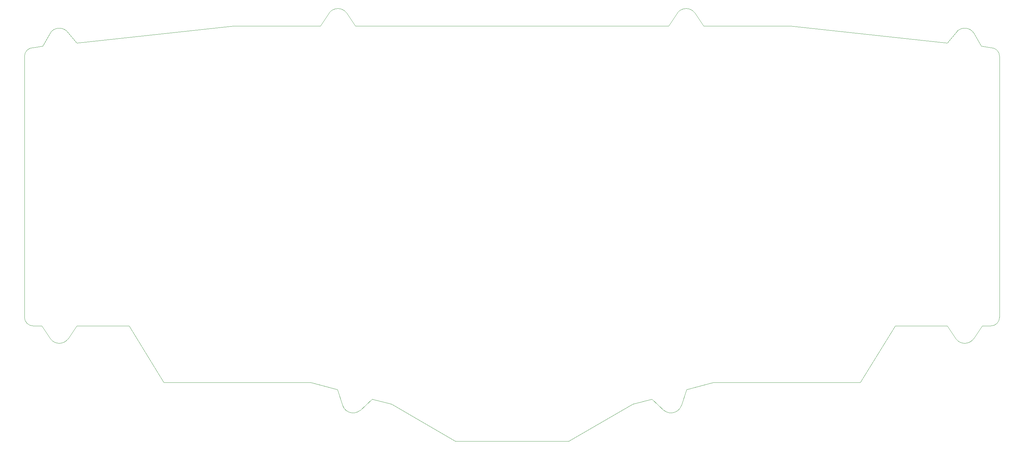
<source format=gbr>
G04 #@! TF.GenerationSoftware,KiCad,Pcbnew,(5.1.4-0)*
G04 #@! TF.CreationDate,2021-10-30T17:16:14-05:00*
G04 #@! TF.ProjectId,top_plate,746f705f-706c-4617-9465-2e6b69636164,rev?*
G04 #@! TF.SameCoordinates,Original*
G04 #@! TF.FileFunction,Profile,NP*
%FSLAX46Y46*%
G04 Gerber Fmt 4.6, Leading zero omitted, Abs format (unit mm)*
G04 Created by KiCad (PCBNEW (5.1.4-0)) date 2021-10-30 17:16:14*
%MOMM*%
%LPD*%
G04 APERTURE LIST*
%ADD10C,0.050000*%
G04 APERTURE END LIST*
D10*
X325965882Y-80506460D02*
X328614012Y-80962736D01*
X323970179Y-76980529D02*
X325965882Y-80506460D01*
X323970179Y-76980529D02*
G75*
G03X319368763Y-76481437I-2501417J-1600907D01*
G01*
X316665882Y-79706460D02*
X273844212Y-75009606D01*
X319368763Y-76481437D02*
X316665882Y-79706460D01*
X75920529Y-76481437D02*
X78623410Y-79706460D01*
X71319113Y-76980529D02*
X69323410Y-80506460D01*
X71319113Y-76980529D02*
G75*
G02X75920529Y-76481437I2501417J-1600907D01*
G01*
X159366878Y-177205822D02*
X164666878Y-178605822D01*
X151351079Y-178991351D02*
G75*
G03X156066877Y-180305821I2815799J985529D01*
G01*
X156066878Y-180305822D02*
X159366878Y-177205822D01*
X149866878Y-174605822D02*
X142579066Y-172640732D01*
X151351079Y-178991351D02*
X149866878Y-174605822D01*
X243939209Y-178991989D02*
G75*
G02X239223411Y-180306459I-2815799J985529D01*
G01*
X243939209Y-178991989D02*
X245423410Y-174606460D01*
X239223410Y-180306460D02*
X235923410Y-177206460D01*
X323851570Y-160734312D02*
X326232818Y-157162440D01*
X319089074Y-160734312D02*
X316707826Y-157162440D01*
X323851570Y-160734312D02*
G75*
G02X319089074Y-160734312I-2381248J1785936D01*
G01*
X242889138Y-71437872D02*
X240507890Y-75009744D01*
X247651634Y-71437872D02*
X250032882Y-75009744D01*
X242889138Y-71437872D02*
G75*
G02X247651634Y-71437872I2381248J-1785936D01*
G01*
X145257970Y-75009744D02*
X121445080Y-75009606D01*
X147639218Y-71437872D02*
X145257970Y-75009744D01*
X152401714Y-71437872D02*
X154782962Y-75009744D01*
X147639218Y-71437872D02*
G75*
G02X152401714Y-71437872I2381248J-1785936D01*
G01*
X76201778Y-160734492D02*
G75*
G02X71439282Y-160734492I-2381248J1785936D01*
G01*
X292896116Y-172641350D02*
X302420020Y-157163160D01*
X316707826Y-157162800D02*
X302420020Y-157163160D01*
X235923410Y-177206460D02*
X230623410Y-178606460D01*
X213123282Y-188714389D02*
X230623410Y-178606460D01*
X245423410Y-174606460D02*
X252711222Y-172641370D01*
X252711222Y-172640732D02*
X292895346Y-172640732D01*
X64294028Y-83343988D02*
G75*
G02X66675280Y-80962736I2381252J0D01*
G01*
X69323410Y-80506460D02*
X66675280Y-80962736D01*
X142579066Y-172640732D02*
X102394180Y-172641350D01*
X182167006Y-188714389D02*
X164666878Y-178605822D01*
X76201778Y-160734492D02*
X78583026Y-157162620D01*
X71439282Y-160734492D02*
X69058034Y-157162620D01*
X250032882Y-75009744D02*
X273845216Y-75009606D01*
X78583026Y-157162800D02*
X92869140Y-157163160D01*
X69058034Y-157162800D02*
X66675280Y-157163160D01*
X102394180Y-172641350D02*
X92869140Y-157163160D01*
X66675280Y-157163160D02*
G75*
G02X64294028Y-154781908I0J2381252D01*
G01*
X328614012Y-80962736D02*
G75*
G02X330995264Y-83343988I0J-2381252D01*
G01*
X330995288Y-154781484D02*
G75*
G02X328614036Y-157162736I-2381252J0D01*
G01*
X213123282Y-188714389D02*
X182167006Y-188714156D01*
X328614036Y-157162736D02*
X326232818Y-157162800D01*
X154782962Y-75009744D02*
X240507890Y-75009744D01*
X78623410Y-79706460D02*
X121445080Y-75009606D01*
X330995288Y-154781484D02*
X330995264Y-83343988D01*
X64294028Y-83343988D02*
X64294020Y-154781900D01*
M02*

</source>
